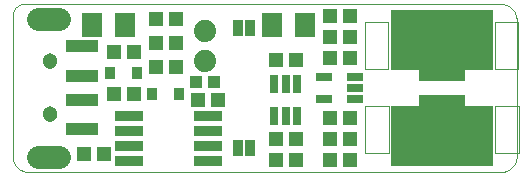
<source format=gts>
G75*
%MOIN*%
%OFA0B0*%
%FSLAX24Y24*%
%IPPOS*%
%LPD*%
%AMOC8*
5,1,8,0,0,1.08239X$1,22.5*
%
%ADD10C,0.0000*%
%ADD11R,0.0513X0.0474*%
%ADD12R,0.0328X0.0407*%
%ADD13R,0.0474X0.0513*%
%ADD14R,0.0950X0.0320*%
%ADD15R,0.0297X0.0611*%
%ADD16R,0.0552X0.0297*%
%ADD17R,0.0395X0.0395*%
%ADD18C,0.0740*%
%ADD19R,0.0710X0.0789*%
%ADD20R,0.3387X0.2049*%
%ADD21R,0.1575X0.0630*%
%ADD22C,0.0039*%
%ADD23R,0.1064X0.0395*%
%ADD24C,0.0780*%
%ADD25C,0.0513*%
%ADD26C,0.0395*%
%ADD27R,0.0330X0.0580*%
D10*
X006380Y002193D02*
X022180Y002193D01*
X022224Y002195D01*
X022267Y002201D01*
X022309Y002210D01*
X022351Y002223D01*
X022391Y002240D01*
X022430Y002260D01*
X022467Y002283D01*
X022501Y002310D01*
X022534Y002339D01*
X022563Y002372D01*
X022590Y002406D01*
X022613Y002443D01*
X022633Y002482D01*
X022650Y002522D01*
X022663Y002564D01*
X022672Y002606D01*
X022678Y002649D01*
X022680Y002693D01*
X022680Y007293D01*
X022674Y007338D01*
X022664Y007383D01*
X022651Y007426D01*
X022634Y007469D01*
X022613Y007510D01*
X022590Y007549D01*
X022563Y007586D01*
X022533Y007620D01*
X022501Y007652D01*
X022466Y007681D01*
X022428Y007708D01*
X022389Y007731D01*
X022348Y007750D01*
X022305Y007766D01*
X022261Y007779D01*
X022217Y007788D01*
X022171Y007793D01*
X022126Y007795D01*
X022080Y007793D01*
X006280Y007793D01*
X006241Y007791D01*
X006202Y007785D01*
X006164Y007776D01*
X006127Y007763D01*
X006091Y007746D01*
X006058Y007726D01*
X006026Y007702D01*
X005997Y007676D01*
X005971Y007647D01*
X005947Y007615D01*
X005927Y007582D01*
X005910Y007546D01*
X005897Y007509D01*
X005888Y007471D01*
X005882Y007432D01*
X005880Y007393D01*
X005880Y002693D01*
X005882Y002649D01*
X005888Y002606D01*
X005897Y002564D01*
X005910Y002522D01*
X005927Y002482D01*
X005947Y002443D01*
X005970Y002406D01*
X005997Y002372D01*
X006026Y002339D01*
X006059Y002310D01*
X006093Y002283D01*
X006130Y002260D01*
X006169Y002240D01*
X006209Y002223D01*
X006251Y002210D01*
X006293Y002201D01*
X006336Y002195D01*
X006380Y002193D01*
X006609Y002690D02*
X006611Y002715D01*
X006617Y002739D01*
X006626Y002761D01*
X006639Y002782D01*
X006655Y002801D01*
X006674Y002817D01*
X006695Y002830D01*
X006717Y002839D01*
X006741Y002845D01*
X006766Y002847D01*
X006791Y002845D01*
X006815Y002839D01*
X006837Y002830D01*
X006858Y002817D01*
X006877Y002801D01*
X006893Y002782D01*
X006906Y002761D01*
X006915Y002739D01*
X006921Y002715D01*
X006923Y002690D01*
X006921Y002665D01*
X006915Y002641D01*
X006906Y002619D01*
X006893Y002598D01*
X006877Y002579D01*
X006858Y002563D01*
X006837Y002550D01*
X006815Y002541D01*
X006791Y002535D01*
X006766Y002533D01*
X006741Y002535D01*
X006717Y002541D01*
X006695Y002550D01*
X006674Y002563D01*
X006655Y002579D01*
X006639Y002598D01*
X006626Y002619D01*
X006617Y002641D01*
X006611Y002665D01*
X006609Y002690D01*
X006766Y002690D02*
X006768Y002715D01*
X006774Y002739D01*
X006783Y002761D01*
X006796Y002782D01*
X006812Y002801D01*
X006831Y002817D01*
X006852Y002830D01*
X006874Y002839D01*
X006898Y002845D01*
X006923Y002847D01*
X006948Y002845D01*
X006972Y002839D01*
X006994Y002830D01*
X007015Y002817D01*
X007034Y002801D01*
X007050Y002782D01*
X007063Y002761D01*
X007072Y002739D01*
X007078Y002715D01*
X007080Y002690D01*
X007078Y002665D01*
X007072Y002641D01*
X007063Y002619D01*
X007050Y002598D01*
X007034Y002579D01*
X007015Y002563D01*
X006994Y002550D01*
X006972Y002541D01*
X006948Y002535D01*
X006923Y002533D01*
X006898Y002535D01*
X006874Y002541D01*
X006852Y002550D01*
X006831Y002563D01*
X006812Y002579D01*
X006796Y002598D01*
X006783Y002619D01*
X006774Y002641D01*
X006768Y002665D01*
X006766Y002690D01*
X007081Y002690D02*
X007083Y002715D01*
X007089Y002739D01*
X007098Y002761D01*
X007111Y002782D01*
X007127Y002801D01*
X007146Y002817D01*
X007167Y002830D01*
X007189Y002839D01*
X007213Y002845D01*
X007238Y002847D01*
X007263Y002845D01*
X007287Y002839D01*
X007309Y002830D01*
X007330Y002817D01*
X007349Y002801D01*
X007365Y002782D01*
X007378Y002761D01*
X007387Y002739D01*
X007393Y002715D01*
X007395Y002690D01*
X007393Y002665D01*
X007387Y002641D01*
X007378Y002619D01*
X007365Y002598D01*
X007349Y002579D01*
X007330Y002563D01*
X007309Y002550D01*
X007287Y002541D01*
X007263Y002535D01*
X007238Y002533D01*
X007213Y002535D01*
X007189Y002541D01*
X007167Y002550D01*
X007146Y002563D01*
X007127Y002579D01*
X007111Y002598D01*
X007098Y002619D01*
X007089Y002641D01*
X007083Y002665D01*
X007081Y002690D01*
X007239Y002690D02*
X007241Y002715D01*
X007247Y002739D01*
X007256Y002761D01*
X007269Y002782D01*
X007285Y002801D01*
X007304Y002817D01*
X007325Y002830D01*
X007347Y002839D01*
X007371Y002845D01*
X007396Y002847D01*
X007421Y002845D01*
X007445Y002839D01*
X007467Y002830D01*
X007488Y002817D01*
X007507Y002801D01*
X007523Y002782D01*
X007536Y002761D01*
X007545Y002739D01*
X007551Y002715D01*
X007553Y002690D01*
X007551Y002665D01*
X007545Y002641D01*
X007536Y002619D01*
X007523Y002598D01*
X007507Y002579D01*
X007488Y002563D01*
X007467Y002550D01*
X007445Y002541D01*
X007421Y002535D01*
X007396Y002533D01*
X007371Y002535D01*
X007347Y002541D01*
X007325Y002550D01*
X007304Y002563D01*
X007285Y002579D01*
X007269Y002598D01*
X007256Y002619D01*
X007247Y002641D01*
X007241Y002665D01*
X007239Y002690D01*
X006892Y004107D02*
X006894Y004136D01*
X006900Y004164D01*
X006909Y004192D01*
X006922Y004218D01*
X006939Y004241D01*
X006958Y004263D01*
X006980Y004282D01*
X007005Y004297D01*
X007031Y004310D01*
X007059Y004318D01*
X007087Y004323D01*
X007116Y004324D01*
X007145Y004321D01*
X007173Y004314D01*
X007200Y004304D01*
X007226Y004290D01*
X007249Y004273D01*
X007270Y004253D01*
X007288Y004230D01*
X007303Y004205D01*
X007314Y004178D01*
X007322Y004150D01*
X007326Y004121D01*
X007326Y004093D01*
X007322Y004064D01*
X007314Y004036D01*
X007303Y004009D01*
X007288Y003984D01*
X007270Y003961D01*
X007249Y003941D01*
X007226Y003924D01*
X007200Y003910D01*
X007173Y003900D01*
X007145Y003893D01*
X007116Y003890D01*
X007087Y003891D01*
X007059Y003896D01*
X007031Y003904D01*
X007005Y003917D01*
X006980Y003932D01*
X006958Y003951D01*
X006939Y003973D01*
X006922Y003996D01*
X006909Y004022D01*
X006900Y004050D01*
X006894Y004078D01*
X006892Y004107D01*
X006892Y005879D02*
X006894Y005908D01*
X006900Y005936D01*
X006909Y005964D01*
X006922Y005990D01*
X006939Y006013D01*
X006958Y006035D01*
X006980Y006054D01*
X007005Y006069D01*
X007031Y006082D01*
X007059Y006090D01*
X007087Y006095D01*
X007116Y006096D01*
X007145Y006093D01*
X007173Y006086D01*
X007200Y006076D01*
X007226Y006062D01*
X007249Y006045D01*
X007270Y006025D01*
X007288Y006002D01*
X007303Y005977D01*
X007314Y005950D01*
X007322Y005922D01*
X007326Y005893D01*
X007326Y005865D01*
X007322Y005836D01*
X007314Y005808D01*
X007303Y005781D01*
X007288Y005756D01*
X007270Y005733D01*
X007249Y005713D01*
X007226Y005696D01*
X007200Y005682D01*
X007173Y005672D01*
X007145Y005665D01*
X007116Y005662D01*
X007087Y005663D01*
X007059Y005668D01*
X007031Y005676D01*
X007005Y005689D01*
X006980Y005704D01*
X006958Y005723D01*
X006939Y005745D01*
X006922Y005768D01*
X006909Y005794D01*
X006900Y005822D01*
X006894Y005850D01*
X006892Y005879D01*
X006766Y007296D02*
X006768Y007321D01*
X006774Y007345D01*
X006783Y007367D01*
X006796Y007388D01*
X006812Y007407D01*
X006831Y007423D01*
X006852Y007436D01*
X006874Y007445D01*
X006898Y007451D01*
X006923Y007453D01*
X006948Y007451D01*
X006972Y007445D01*
X006994Y007436D01*
X007015Y007423D01*
X007034Y007407D01*
X007050Y007388D01*
X007063Y007367D01*
X007072Y007345D01*
X007078Y007321D01*
X007080Y007296D01*
X007078Y007271D01*
X007072Y007247D01*
X007063Y007225D01*
X007050Y007204D01*
X007034Y007185D01*
X007015Y007169D01*
X006994Y007156D01*
X006972Y007147D01*
X006948Y007141D01*
X006923Y007139D01*
X006898Y007141D01*
X006874Y007147D01*
X006852Y007156D01*
X006831Y007169D01*
X006812Y007185D01*
X006796Y007204D01*
X006783Y007225D01*
X006774Y007247D01*
X006768Y007271D01*
X006766Y007296D01*
X006609Y007296D02*
X006611Y007321D01*
X006617Y007345D01*
X006626Y007367D01*
X006639Y007388D01*
X006655Y007407D01*
X006674Y007423D01*
X006695Y007436D01*
X006717Y007445D01*
X006741Y007451D01*
X006766Y007453D01*
X006791Y007451D01*
X006815Y007445D01*
X006837Y007436D01*
X006858Y007423D01*
X006877Y007407D01*
X006893Y007388D01*
X006906Y007367D01*
X006915Y007345D01*
X006921Y007321D01*
X006923Y007296D01*
X006921Y007271D01*
X006915Y007247D01*
X006906Y007225D01*
X006893Y007204D01*
X006877Y007185D01*
X006858Y007169D01*
X006837Y007156D01*
X006815Y007147D01*
X006791Y007141D01*
X006766Y007139D01*
X006741Y007141D01*
X006717Y007147D01*
X006695Y007156D01*
X006674Y007169D01*
X006655Y007185D01*
X006639Y007204D01*
X006626Y007225D01*
X006617Y007247D01*
X006611Y007271D01*
X006609Y007296D01*
X007081Y007296D02*
X007083Y007321D01*
X007089Y007345D01*
X007098Y007367D01*
X007111Y007388D01*
X007127Y007407D01*
X007146Y007423D01*
X007167Y007436D01*
X007189Y007445D01*
X007213Y007451D01*
X007238Y007453D01*
X007263Y007451D01*
X007287Y007445D01*
X007309Y007436D01*
X007330Y007423D01*
X007349Y007407D01*
X007365Y007388D01*
X007378Y007367D01*
X007387Y007345D01*
X007393Y007321D01*
X007395Y007296D01*
X007393Y007271D01*
X007387Y007247D01*
X007378Y007225D01*
X007365Y007204D01*
X007349Y007185D01*
X007330Y007169D01*
X007309Y007156D01*
X007287Y007147D01*
X007263Y007141D01*
X007238Y007139D01*
X007213Y007141D01*
X007189Y007147D01*
X007167Y007156D01*
X007146Y007169D01*
X007127Y007185D01*
X007111Y007204D01*
X007098Y007225D01*
X007089Y007247D01*
X007083Y007271D01*
X007081Y007296D01*
X007239Y007296D02*
X007241Y007321D01*
X007247Y007345D01*
X007256Y007367D01*
X007269Y007388D01*
X007285Y007407D01*
X007304Y007423D01*
X007325Y007436D01*
X007347Y007445D01*
X007371Y007451D01*
X007396Y007453D01*
X007421Y007451D01*
X007445Y007445D01*
X007467Y007436D01*
X007488Y007423D01*
X007507Y007407D01*
X007523Y007388D01*
X007536Y007367D01*
X007545Y007345D01*
X007551Y007321D01*
X007553Y007296D01*
X007551Y007271D01*
X007545Y007247D01*
X007536Y007225D01*
X007523Y007204D01*
X007507Y007185D01*
X007488Y007169D01*
X007467Y007156D01*
X007445Y007147D01*
X007421Y007141D01*
X007396Y007139D01*
X007371Y007141D01*
X007347Y007147D01*
X007325Y007156D01*
X007304Y007169D01*
X007285Y007185D01*
X007269Y007204D01*
X007256Y007225D01*
X007247Y007247D01*
X007241Y007271D01*
X007239Y007296D01*
D11*
X014646Y005918D03*
X015315Y005918D03*
X016446Y005993D03*
X017115Y005993D03*
X012715Y004593D03*
X012046Y004593D03*
X014646Y003293D03*
X015315Y003293D03*
X015315Y002593D03*
X014646Y002593D03*
X016446Y003993D03*
X017115Y003993D03*
D12*
X011433Y004793D03*
X010527Y004793D03*
X010033Y005493D03*
X009127Y005493D03*
D13*
X010646Y005693D03*
X011315Y005693D03*
X009915Y006193D03*
X009246Y006193D03*
X010646Y006493D03*
X011315Y006493D03*
X011315Y007293D03*
X010646Y007293D03*
X016446Y007393D03*
X017115Y007393D03*
X017115Y006693D03*
X016446Y006693D03*
X009915Y004793D03*
X009246Y004793D03*
X008915Y002793D03*
X008246Y002793D03*
X016446Y002593D03*
X017115Y002593D03*
X017115Y003293D03*
X016446Y003293D03*
D14*
X012400Y003043D03*
X012400Y002543D03*
X009750Y002543D03*
X009750Y003043D03*
X009750Y003543D03*
X009750Y004043D03*
X012400Y004043D03*
X012400Y003543D03*
D15*
X014606Y004052D03*
X014980Y004052D03*
X015354Y004052D03*
X015354Y005135D03*
X014980Y005135D03*
X014606Y005135D03*
D16*
X016268Y005367D03*
X017292Y005367D03*
X017292Y004993D03*
X017292Y004619D03*
X016268Y004619D03*
D17*
X012575Y005193D03*
X011985Y005193D03*
D18*
X012280Y005893D03*
X012280Y006893D03*
D19*
X014529Y007093D03*
X015631Y007093D03*
X009631Y007093D03*
X008529Y007093D03*
D20*
X020180Y006590D03*
X020180Y003396D03*
D21*
X020180Y004459D03*
X020180Y005527D03*
D22*
X020767Y005409D02*
X019586Y005409D01*
X019586Y005645D01*
X020767Y005645D01*
X020767Y005409D01*
X021948Y005606D02*
X022735Y005606D01*
X022735Y007181D01*
X021948Y007181D01*
X021948Y005606D01*
X020775Y004578D02*
X019594Y004578D01*
X019594Y004341D01*
X020775Y004341D01*
X020775Y004578D01*
X021956Y004381D02*
X021956Y002806D01*
X022743Y002806D01*
X022743Y004381D01*
X021956Y004381D01*
X018412Y004381D02*
X017625Y004381D01*
X017625Y002806D01*
X018412Y002806D01*
X018412Y004381D01*
X018405Y005606D02*
X017617Y005606D01*
X017617Y007181D01*
X018405Y007181D01*
X018405Y005606D01*
D23*
X008191Y005398D03*
X008191Y004589D03*
X008191Y003615D03*
X008191Y006391D03*
D24*
X007431Y007296D02*
X006731Y007296D01*
X006731Y002690D02*
X007431Y002690D01*
D25*
X007109Y004107D03*
X007109Y005879D03*
D26*
X007238Y007296D03*
X007396Y007296D03*
X006923Y007296D03*
X006766Y007296D03*
X006766Y002690D03*
X006923Y002690D03*
X007238Y002690D03*
X007396Y002690D03*
D27*
X013380Y002993D03*
X013780Y002993D03*
X013780Y006993D03*
X013380Y006993D03*
M02*

</source>
